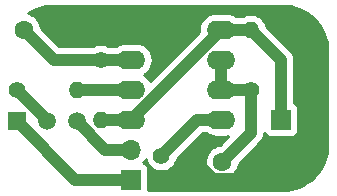
<source format=gbr>
%TF.GenerationSoftware,KiCad,Pcbnew,5.1.7-a382d34a8~87~ubuntu18.04.1*%
%TF.CreationDate,2020-11-14T17:29:08-06:00*%
%TF.ProjectId,quick reset,71756963-6b20-4726-9573-65742e6b6963,rev?*%
%TF.SameCoordinates,Original*%
%TF.FileFunction,Copper,L2,Bot*%
%TF.FilePolarity,Positive*%
%FSLAX46Y46*%
G04 Gerber Fmt 4.6, Leading zero omitted, Abs format (unit mm)*
G04 Created by KiCad (PCBNEW 5.1.7-a382d34a8~87~ubuntu18.04.1) date 2020-11-14 17:29:08*
%MOMM*%
%LPD*%
G01*
G04 APERTURE LIST*
%TA.AperFunction,ComponentPad*%
%ADD10R,1.500000X1.500000*%
%TD*%
%TA.AperFunction,ComponentPad*%
%ADD11C,1.500000*%
%TD*%
%TA.AperFunction,ComponentPad*%
%ADD12O,1.700000X1.700000*%
%TD*%
%TA.AperFunction,ComponentPad*%
%ADD13R,1.700000X1.700000*%
%TD*%
%TA.AperFunction,ComponentPad*%
%ADD14C,1.600000*%
%TD*%
%TA.AperFunction,ComponentPad*%
%ADD15C,1.400000*%
%TD*%
%TA.AperFunction,ComponentPad*%
%ADD16O,2.400000X1.600000*%
%TD*%
%TA.AperFunction,ComponentPad*%
%ADD17R,2.400000X1.600000*%
%TD*%
%TA.AperFunction,ComponentPad*%
%ADD18O,1.400000X1.400000*%
%TD*%
%TA.AperFunction,Conductor*%
%ADD19C,1.000000*%
%TD*%
%TA.AperFunction,Conductor*%
%ADD20C,0.254000*%
%TD*%
%TA.AperFunction,Conductor*%
%ADD21C,0.100000*%
%TD*%
G04 APERTURE END LIST*
D10*
%TO.P,Q1,1*%
%TO.N,Net-(J2-Pad1)*%
X128524000Y-95631000D03*
D11*
%TO.P,Q1,3*%
%TO.N,Net-(J2-Pad2)*%
X133604000Y-95631000D03*
%TO.P,Q1,2*%
%TO.N,Net-(Q1-Pad2)*%
X131064000Y-95631000D03*
%TD*%
D12*
%TO.P,J2,2*%
%TO.N,Net-(J2-Pad2)*%
X138176000Y-98044000D03*
D13*
%TO.P,J2,1*%
%TO.N,Net-(J2-Pad1)*%
X138176000Y-100584000D03*
%TD*%
D12*
%TO.P,J1,2*%
%TO.N,Net-(C1-Pad1)*%
X153416000Y-95504000D03*
D13*
%TO.P,J1,1*%
%TO.N,Net-(J1-Pad1)*%
X150876000Y-95504000D03*
%TD*%
D14*
%TO.P,C3,2*%
%TO.N,Net-(C3-Pad2)*%
X129112000Y-87884000D03*
%TO.P,C3,1*%
%TO.N,Net-(C1-Pad1)*%
X134112000Y-87884000D03*
%TD*%
D15*
%TO.P,C2,2*%
%TO.N,Net-(C2-Pad2)*%
X140756000Y-98552000D03*
%TO.P,C2,1*%
%TO.N,Net-(C1-Pad1)*%
X143256000Y-98552000D03*
%TD*%
D14*
%TO.P,C1,2*%
%TO.N,Net-(C1-Pad2)*%
X145876000Y-99060000D03*
%TO.P,C1,1*%
%TO.N,Net-(C1-Pad1)*%
X150876000Y-99060000D03*
%TD*%
D16*
%TO.P,U1,8*%
%TO.N,Net-(J1-Pad1)*%
X145796000Y-87884000D03*
%TO.P,U1,4*%
X138176000Y-95504000D03*
%TO.P,U1,7*%
%TO.N,Net-(C1-Pad2)*%
X145796000Y-90424000D03*
%TO.P,U1,3*%
%TO.N,Net-(R3-Pad2)*%
X138176000Y-92964000D03*
%TO.P,U1,6*%
%TO.N,Net-(C1-Pad2)*%
X145796000Y-92964000D03*
%TO.P,U1,2*%
%TO.N,Net-(C3-Pad2)*%
X138176000Y-90424000D03*
%TO.P,U1,5*%
%TO.N,Net-(C2-Pad2)*%
X145796000Y-95504000D03*
D17*
%TO.P,U1,1*%
%TO.N,Net-(C1-Pad1)*%
X138176000Y-87884000D03*
%TD*%
D18*
%TO.P,R3,2*%
%TO.N,Net-(R3-Pad2)*%
X133604000Y-92964000D03*
D15*
%TO.P,R3,1*%
%TO.N,Net-(Q1-Pad2)*%
X128524000Y-92964000D03*
%TD*%
D18*
%TO.P,R2,2*%
%TO.N,Net-(J1-Pad1)*%
X148336000Y-87884000D03*
D15*
%TO.P,R2,1*%
%TO.N,Net-(C1-Pad2)*%
X148336000Y-92964000D03*
%TD*%
D18*
%TO.P,R1,2*%
%TO.N,Net-(J1-Pad1)*%
X135636000Y-95504000D03*
D15*
%TO.P,R1,1*%
%TO.N,Net-(C3-Pad2)*%
X135636000Y-90424000D03*
%TD*%
D19*
%TO.N,Net-(C1-Pad2)*%
X145796000Y-90424000D02*
X145796000Y-92964000D01*
X145796000Y-92964000D02*
X148336000Y-92964000D01*
X145876000Y-99060000D02*
X146130000Y-99060000D01*
X148336000Y-92964000D02*
X148336000Y-96600000D01*
X148336000Y-96600000D02*
X145876000Y-99060000D01*
%TO.N,Net-(C2-Pad2)*%
X140756000Y-98552000D02*
X143804000Y-95504000D01*
X143804000Y-95504000D02*
X145796000Y-95504000D01*
%TO.N,Net-(C3-Pad2)*%
X138176000Y-90424000D02*
X135636000Y-90424000D01*
X131652000Y-90424000D02*
X129112000Y-87884000D01*
X135636000Y-90424000D02*
X131652000Y-90424000D01*
%TO.N,Net-(Q1-Pad2)*%
X131064000Y-95504000D02*
X128524000Y-92964000D01*
X131064000Y-95631000D02*
X131064000Y-95504000D01*
%TO.N,Net-(R3-Pad2)*%
X134112000Y-92964000D02*
X138176000Y-92964000D01*
%TO.N,Net-(J1-Pad1)*%
X135636000Y-95504000D02*
X138176000Y-95504000D01*
X138176000Y-95504000D02*
X145796000Y-87884000D01*
X145796000Y-87884000D02*
X148336000Y-87884000D01*
X150876000Y-90424000D02*
X148336000Y-87884000D01*
X150876000Y-95504000D02*
X150876000Y-90424000D01*
%TO.N,Net-(C1-Pad1)*%
X143256000Y-98660002D02*
X143256000Y-98552000D01*
X145155999Y-100560001D02*
X143256000Y-98660002D01*
X149629999Y-100560001D02*
X145155999Y-100560001D01*
X153416000Y-95504000D02*
X153416000Y-96774000D01*
X153416000Y-96774000D02*
X149629999Y-100560001D01*
X134112000Y-87884000D02*
X138176000Y-87884000D01*
%TO.N,Net-(J2-Pad2)*%
X136017000Y-98044000D02*
X138176000Y-98044000D01*
X133604000Y-95631000D02*
X136017000Y-98044000D01*
%TO.N,Net-(J2-Pad1)*%
X133477000Y-100584000D02*
X128524000Y-95631000D01*
X138176000Y-100584000D02*
X133477000Y-100584000D01*
%TD*%
D20*
%TO.N,Net-(C1-Pad1)*%
X151319610Y-85870802D02*
X151695549Y-85926568D01*
X152064231Y-86018918D01*
X152422069Y-86146954D01*
X152765657Y-86309459D01*
X153091636Y-86504844D01*
X153396905Y-86731247D01*
X153678516Y-86986484D01*
X153933753Y-87268095D01*
X154160156Y-87573364D01*
X154355541Y-87899343D01*
X154518046Y-88242931D01*
X154646082Y-88600769D01*
X154738432Y-88969451D01*
X154794198Y-89345390D01*
X154813000Y-89728118D01*
X154813000Y-97596882D01*
X154794198Y-97979610D01*
X154738432Y-98355549D01*
X154646082Y-98724231D01*
X154518046Y-99082069D01*
X154355541Y-99425657D01*
X154160156Y-99751636D01*
X153933753Y-100056905D01*
X153678516Y-100338516D01*
X153396905Y-100593753D01*
X153091636Y-100820156D01*
X152765657Y-101015541D01*
X152422069Y-101178046D01*
X152064231Y-101306082D01*
X151695549Y-101398432D01*
X151361393Y-101448000D01*
X139662693Y-101448000D01*
X139664072Y-101434000D01*
X139664072Y-99734000D01*
X139651812Y-99609518D01*
X139615502Y-99489820D01*
X139556537Y-99379506D01*
X139477185Y-99282815D01*
X139380494Y-99203463D01*
X139270180Y-99144498D01*
X139197620Y-99122487D01*
X139329475Y-98990632D01*
X139447084Y-98814618D01*
X139472304Y-98941405D01*
X139572939Y-99184359D01*
X139719038Y-99403013D01*
X139904987Y-99588962D01*
X140123641Y-99735061D01*
X140366595Y-99835696D01*
X140624514Y-99887000D01*
X140887486Y-99887000D01*
X141145405Y-99835696D01*
X141388359Y-99735061D01*
X141607013Y-99588962D01*
X141792962Y-99403013D01*
X141939061Y-99184359D01*
X142039696Y-98941405D01*
X142056573Y-98856558D01*
X144274132Y-96639000D01*
X144516998Y-96639000D01*
X144594899Y-96702932D01*
X144844192Y-96836182D01*
X145114691Y-96918236D01*
X145325508Y-96939000D01*
X146266492Y-96939000D01*
X146405566Y-96925302D01*
X145698718Y-97632150D01*
X145457426Y-97680147D01*
X145196273Y-97788320D01*
X144961241Y-97945363D01*
X144761363Y-98145241D01*
X144604320Y-98380273D01*
X144496147Y-98641426D01*
X144441000Y-98918665D01*
X144441000Y-99201335D01*
X144496147Y-99478574D01*
X144604320Y-99739727D01*
X144761363Y-99974759D01*
X144961241Y-100174637D01*
X145196273Y-100331680D01*
X145457426Y-100439853D01*
X145734665Y-100495000D01*
X146017335Y-100495000D01*
X146294574Y-100439853D01*
X146555727Y-100331680D01*
X146790759Y-100174637D01*
X146990637Y-99974759D01*
X147147680Y-99739727D01*
X147255853Y-99478574D01*
X147303850Y-99237282D01*
X149099141Y-97441991D01*
X149142449Y-97406449D01*
X149284284Y-97233623D01*
X149389676Y-97036447D01*
X149454577Y-96822499D01*
X149470420Y-96661642D01*
X149495463Y-96708494D01*
X149574815Y-96805185D01*
X149671506Y-96884537D01*
X149781820Y-96943502D01*
X149901518Y-96979812D01*
X150026000Y-96992072D01*
X151726000Y-96992072D01*
X151850482Y-96979812D01*
X151970180Y-96943502D01*
X152080494Y-96884537D01*
X152177185Y-96805185D01*
X152256537Y-96708494D01*
X152315502Y-96598180D01*
X152351812Y-96478482D01*
X152364072Y-96354000D01*
X152364072Y-94654000D01*
X152351812Y-94529518D01*
X152315502Y-94409820D01*
X152256537Y-94299506D01*
X152177185Y-94202815D01*
X152080494Y-94123463D01*
X152011000Y-94086317D01*
X152011000Y-90479741D01*
X152016490Y-90423999D01*
X152011000Y-90368257D01*
X152011000Y-90368248D01*
X151994577Y-90201501D01*
X151929676Y-89987553D01*
X151824284Y-89790377D01*
X151682449Y-89617551D01*
X151639141Y-89582009D01*
X149636573Y-87579442D01*
X149619696Y-87494595D01*
X149519061Y-87251641D01*
X149372962Y-87032987D01*
X149187013Y-86847038D01*
X148968359Y-86700939D01*
X148725405Y-86600304D01*
X148467486Y-86549000D01*
X148204514Y-86549000D01*
X147946595Y-86600304D01*
X147703641Y-86700939D01*
X147631712Y-86749000D01*
X147075002Y-86749000D01*
X146997101Y-86685068D01*
X146747808Y-86551818D01*
X146477309Y-86469764D01*
X146266492Y-86449000D01*
X145325508Y-86449000D01*
X145114691Y-86469764D01*
X144844192Y-86551818D01*
X144594899Y-86685068D01*
X144376392Y-86864392D01*
X144197068Y-87082899D01*
X144063818Y-87332192D01*
X143981764Y-87602691D01*
X143954057Y-87884000D01*
X143975290Y-88099578D01*
X139822666Y-92252203D01*
X139774932Y-92162899D01*
X139595608Y-91944392D01*
X139377101Y-91765068D01*
X139244142Y-91694000D01*
X139377101Y-91622932D01*
X139595608Y-91443608D01*
X139774932Y-91225101D01*
X139908182Y-90975808D01*
X139990236Y-90705309D01*
X140017943Y-90424000D01*
X139990236Y-90142691D01*
X139908182Y-89872192D01*
X139774932Y-89622899D01*
X139595608Y-89404392D01*
X139377101Y-89225068D01*
X139127808Y-89091818D01*
X138857309Y-89009764D01*
X138646492Y-88989000D01*
X137705508Y-88989000D01*
X137494691Y-89009764D01*
X137224192Y-89091818D01*
X136974899Y-89225068D01*
X136896998Y-89289000D01*
X136340288Y-89289000D01*
X136268359Y-89240939D01*
X136025405Y-89140304D01*
X135767486Y-89089000D01*
X135504514Y-89089000D01*
X135246595Y-89140304D01*
X135003641Y-89240939D01*
X134931712Y-89289000D01*
X132122132Y-89289000D01*
X130539850Y-87706718D01*
X130491853Y-87465426D01*
X130383680Y-87204273D01*
X130226637Y-86969241D01*
X130026759Y-86769363D01*
X129791727Y-86612320D01*
X129530574Y-86504147D01*
X129496001Y-86497270D01*
X129809343Y-86309459D01*
X130152931Y-86146954D01*
X130510769Y-86018918D01*
X130879451Y-85926568D01*
X131255390Y-85870802D01*
X131638118Y-85852000D01*
X150936882Y-85852000D01*
X151319610Y-85870802D01*
%TA.AperFunction,Conductor*%
D21*
G36*
X151319610Y-85870802D02*
G01*
X151695549Y-85926568D01*
X152064231Y-86018918D01*
X152422069Y-86146954D01*
X152765657Y-86309459D01*
X153091636Y-86504844D01*
X153396905Y-86731247D01*
X153678516Y-86986484D01*
X153933753Y-87268095D01*
X154160156Y-87573364D01*
X154355541Y-87899343D01*
X154518046Y-88242931D01*
X154646082Y-88600769D01*
X154738432Y-88969451D01*
X154794198Y-89345390D01*
X154813000Y-89728118D01*
X154813000Y-97596882D01*
X154794198Y-97979610D01*
X154738432Y-98355549D01*
X154646082Y-98724231D01*
X154518046Y-99082069D01*
X154355541Y-99425657D01*
X154160156Y-99751636D01*
X153933753Y-100056905D01*
X153678516Y-100338516D01*
X153396905Y-100593753D01*
X153091636Y-100820156D01*
X152765657Y-101015541D01*
X152422069Y-101178046D01*
X152064231Y-101306082D01*
X151695549Y-101398432D01*
X151361393Y-101448000D01*
X139662693Y-101448000D01*
X139664072Y-101434000D01*
X139664072Y-99734000D01*
X139651812Y-99609518D01*
X139615502Y-99489820D01*
X139556537Y-99379506D01*
X139477185Y-99282815D01*
X139380494Y-99203463D01*
X139270180Y-99144498D01*
X139197620Y-99122487D01*
X139329475Y-98990632D01*
X139447084Y-98814618D01*
X139472304Y-98941405D01*
X139572939Y-99184359D01*
X139719038Y-99403013D01*
X139904987Y-99588962D01*
X140123641Y-99735061D01*
X140366595Y-99835696D01*
X140624514Y-99887000D01*
X140887486Y-99887000D01*
X141145405Y-99835696D01*
X141388359Y-99735061D01*
X141607013Y-99588962D01*
X141792962Y-99403013D01*
X141939061Y-99184359D01*
X142039696Y-98941405D01*
X142056573Y-98856558D01*
X144274132Y-96639000D01*
X144516998Y-96639000D01*
X144594899Y-96702932D01*
X144844192Y-96836182D01*
X145114691Y-96918236D01*
X145325508Y-96939000D01*
X146266492Y-96939000D01*
X146405566Y-96925302D01*
X145698718Y-97632150D01*
X145457426Y-97680147D01*
X145196273Y-97788320D01*
X144961241Y-97945363D01*
X144761363Y-98145241D01*
X144604320Y-98380273D01*
X144496147Y-98641426D01*
X144441000Y-98918665D01*
X144441000Y-99201335D01*
X144496147Y-99478574D01*
X144604320Y-99739727D01*
X144761363Y-99974759D01*
X144961241Y-100174637D01*
X145196273Y-100331680D01*
X145457426Y-100439853D01*
X145734665Y-100495000D01*
X146017335Y-100495000D01*
X146294574Y-100439853D01*
X146555727Y-100331680D01*
X146790759Y-100174637D01*
X146990637Y-99974759D01*
X147147680Y-99739727D01*
X147255853Y-99478574D01*
X147303850Y-99237282D01*
X149099141Y-97441991D01*
X149142449Y-97406449D01*
X149284284Y-97233623D01*
X149389676Y-97036447D01*
X149454577Y-96822499D01*
X149470420Y-96661642D01*
X149495463Y-96708494D01*
X149574815Y-96805185D01*
X149671506Y-96884537D01*
X149781820Y-96943502D01*
X149901518Y-96979812D01*
X150026000Y-96992072D01*
X151726000Y-96992072D01*
X151850482Y-96979812D01*
X151970180Y-96943502D01*
X152080494Y-96884537D01*
X152177185Y-96805185D01*
X152256537Y-96708494D01*
X152315502Y-96598180D01*
X152351812Y-96478482D01*
X152364072Y-96354000D01*
X152364072Y-94654000D01*
X152351812Y-94529518D01*
X152315502Y-94409820D01*
X152256537Y-94299506D01*
X152177185Y-94202815D01*
X152080494Y-94123463D01*
X152011000Y-94086317D01*
X152011000Y-90479741D01*
X152016490Y-90423999D01*
X152011000Y-90368257D01*
X152011000Y-90368248D01*
X151994577Y-90201501D01*
X151929676Y-89987553D01*
X151824284Y-89790377D01*
X151682449Y-89617551D01*
X151639141Y-89582009D01*
X149636573Y-87579442D01*
X149619696Y-87494595D01*
X149519061Y-87251641D01*
X149372962Y-87032987D01*
X149187013Y-86847038D01*
X148968359Y-86700939D01*
X148725405Y-86600304D01*
X148467486Y-86549000D01*
X148204514Y-86549000D01*
X147946595Y-86600304D01*
X147703641Y-86700939D01*
X147631712Y-86749000D01*
X147075002Y-86749000D01*
X146997101Y-86685068D01*
X146747808Y-86551818D01*
X146477309Y-86469764D01*
X146266492Y-86449000D01*
X145325508Y-86449000D01*
X145114691Y-86469764D01*
X144844192Y-86551818D01*
X144594899Y-86685068D01*
X144376392Y-86864392D01*
X144197068Y-87082899D01*
X144063818Y-87332192D01*
X143981764Y-87602691D01*
X143954057Y-87884000D01*
X143975290Y-88099578D01*
X139822666Y-92252203D01*
X139774932Y-92162899D01*
X139595608Y-91944392D01*
X139377101Y-91765068D01*
X139244142Y-91694000D01*
X139377101Y-91622932D01*
X139595608Y-91443608D01*
X139774932Y-91225101D01*
X139908182Y-90975808D01*
X139990236Y-90705309D01*
X140017943Y-90424000D01*
X139990236Y-90142691D01*
X139908182Y-89872192D01*
X139774932Y-89622899D01*
X139595608Y-89404392D01*
X139377101Y-89225068D01*
X139127808Y-89091818D01*
X138857309Y-89009764D01*
X138646492Y-88989000D01*
X137705508Y-88989000D01*
X137494691Y-89009764D01*
X137224192Y-89091818D01*
X136974899Y-89225068D01*
X136896998Y-89289000D01*
X136340288Y-89289000D01*
X136268359Y-89240939D01*
X136025405Y-89140304D01*
X135767486Y-89089000D01*
X135504514Y-89089000D01*
X135246595Y-89140304D01*
X135003641Y-89240939D01*
X134931712Y-89289000D01*
X132122132Y-89289000D01*
X130539850Y-87706718D01*
X130491853Y-87465426D01*
X130383680Y-87204273D01*
X130226637Y-86969241D01*
X130026759Y-86769363D01*
X129791727Y-86612320D01*
X129530574Y-86504147D01*
X129496001Y-86497270D01*
X129809343Y-86309459D01*
X130152931Y-86146954D01*
X130510769Y-86018918D01*
X130879451Y-85926568D01*
X131255390Y-85870802D01*
X131638118Y-85852000D01*
X150936882Y-85852000D01*
X151319610Y-85870802D01*
G37*
%TD.AperFunction*%
%TD*%
M02*

</source>
